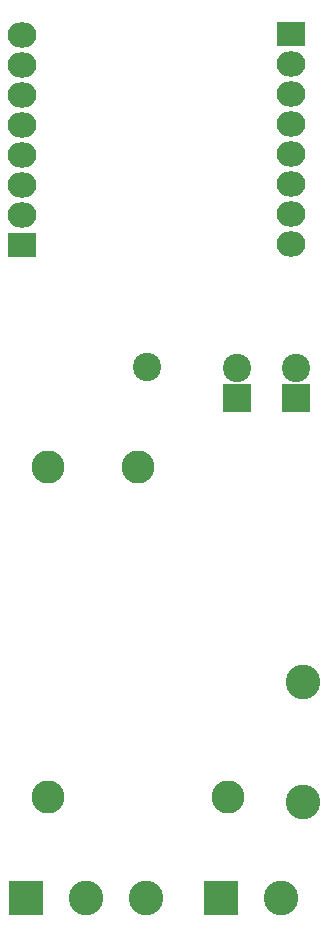
<source format=gbr>
G04 #@! TF.FileFunction,Soldermask,Bot*
%FSLAX46Y46*%
G04 Gerber Fmt 4.6, Leading zero omitted, Abs format (unit mm)*
G04 Created by KiCad (PCBNEW 4.0.7-e2-6376~61~ubuntu18.04.1) date Sun Jul 15 10:10:36 2018*
%MOMM*%
%LPD*%
G01*
G04 APERTURE LIST*
%ADD10C,0.100000*%
%ADD11R,2.400000X2.400000*%
%ADD12C,2.400000*%
%ADD13C,2.940000*%
%ADD14R,2.940000X2.940000*%
%ADD15C,2.398980*%
%ADD16R,2.432000X2.127200*%
%ADD17O,2.432000X2.127200*%
%ADD18C,2.800000*%
G04 APERTURE END LIST*
D10*
D11*
X127110000Y-85920000D03*
D12*
X127110000Y-83380000D03*
D11*
X132110000Y-85920000D03*
D12*
X132110000Y-83380000D03*
D13*
X132710000Y-120120000D03*
X132710000Y-109960000D03*
D14*
X125730000Y-128270000D03*
D13*
X130810000Y-128270000D03*
D14*
X109220000Y-128270000D03*
D13*
X114300000Y-128270000D03*
X119380000Y-128270000D03*
D15*
X119510000Y-83320000D03*
D16*
X131710000Y-55120000D03*
D17*
X131710000Y-57660000D03*
X131710000Y-60200000D03*
X131710000Y-62740000D03*
X131710000Y-65280000D03*
X131710000Y-67820000D03*
X131710000Y-70360000D03*
X131710000Y-72900000D03*
D16*
X108910000Y-72920000D03*
D17*
X108910000Y-70380000D03*
X108910000Y-67840000D03*
X108910000Y-65300000D03*
X108910000Y-62760000D03*
X108910000Y-60220000D03*
X108910000Y-57680000D03*
X108910000Y-55140000D03*
D18*
X111110000Y-119720000D03*
X126310000Y-119720000D03*
X111110000Y-91720000D03*
X118710000Y-91720000D03*
M02*

</source>
